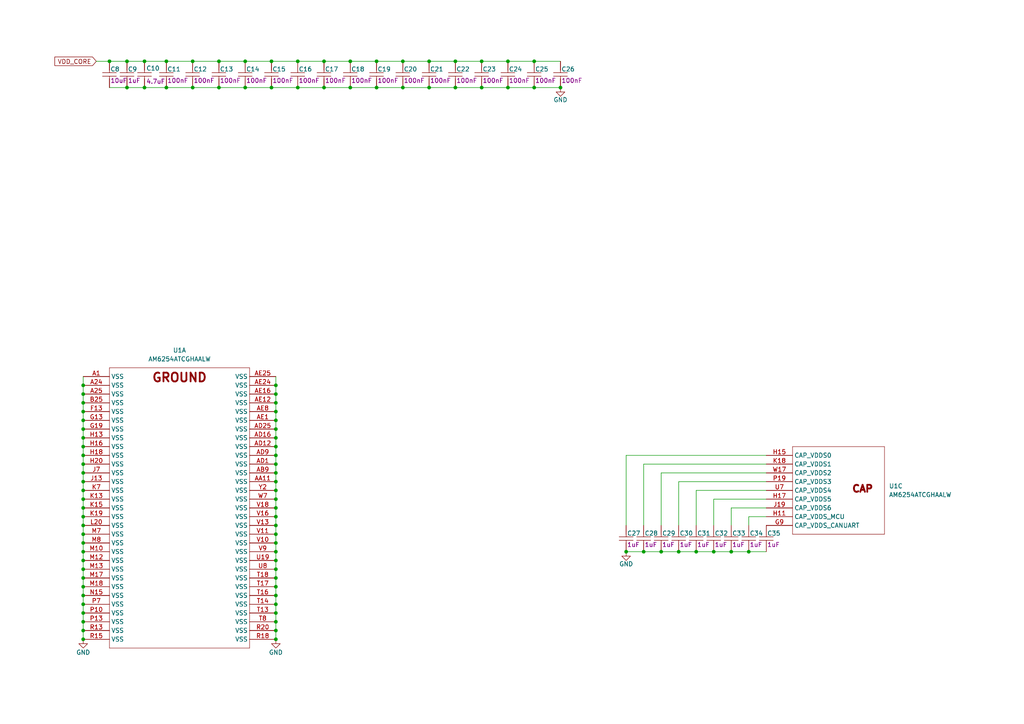
<source format=kicad_sch>
(kicad_sch (version 20250114) (generator "eeschema") (generator_version "9.0")
  (paper "A4")
  (junction (at 24.13 154.94))
  (junction (at 24.13 180.34))
  (junction (at 24.13 182.88))
  (junction (at 24.13 134.62))
  (junction (at 71.12 25.4))
  (junction (at 109.22 17.78))
  (junction (at 78.74 25.4))
  (junction (at 80.01 152.4))
  (junction (at 80.01 127))
  (junction (at 80.01 162.56))
  (junction (at 80.01 116.84))
  (junction (at 78.74 17.78))
  (junction (at 24.13 111.76))
  (junction (at 63.5 17.78))
  (junction (at 101.6 25.4))
  (junction (at 24.13 152.4))
  (junction (at 116.84 17.78))
  (junction (at 191.77 160.02))
  (junction (at 80.01 144.78))
  (junction (at 80.01 124.46))
  (junction (at 154.94 17.78))
  (junction (at 101.6 17.78))
  (junction (at 124.46 17.78))
  (junction (at 80.01 129.54))
  (junction (at 139.7 25.4))
  (junction (at 80.01 139.7))
  (junction (at 80.01 172.72))
  (junction (at 63.5 25.4))
  (junction (at 80.01 142.24))
  (junction (at 80.01 111.76))
  (junction (at 80.01 119.38))
  (junction (at 147.32 25.4))
  (junction (at 24.13 129.54))
  (junction (at 116.84 25.4))
  (junction (at 24.13 121.92))
  (junction (at 41.91 17.78))
  (junction (at 217.17 160.02))
  (junction (at 80.01 149.86))
  (junction (at 48.26 25.4))
  (junction (at 55.88 17.78))
  (junction (at 80.01 170.18))
  (junction (at 80.01 137.16))
  (junction (at 201.93 160.02))
  (junction (at 80.01 177.8))
  (junction (at 24.13 170.18))
  (junction (at 24.13 149.86))
  (junction (at 80.01 167.64))
  (junction (at 24.13 147.32))
  (junction (at 36.83 25.4))
  (junction (at 55.88 25.4))
  (junction (at 80.01 157.48))
  (junction (at 36.83 17.78))
  (junction (at 154.94 25.4))
  (junction (at 24.13 175.26))
  (junction (at 124.46 25.4))
  (junction (at 86.36 25.4))
  (junction (at 181.61 160.02))
  (junction (at 24.13 132.08))
  (junction (at 71.12 17.78))
  (junction (at 24.13 167.64))
  (junction (at 24.13 157.48))
  (junction (at 24.13 124.46))
  (junction (at 147.32 17.78))
  (junction (at 24.13 119.38))
  (junction (at 24.13 127))
  (junction (at 24.13 160.02))
  (junction (at 24.13 114.3))
  (junction (at 80.01 154.94))
  (junction (at 80.01 147.32))
  (junction (at 24.13 177.8))
  (junction (at 86.36 17.78))
  (junction (at 212.09 160.02))
  (junction (at 41.91 25.4))
  (junction (at 132.08 25.4))
  (junction (at 24.13 185.42))
  (junction (at 80.01 182.88))
  (junction (at 24.13 165.1))
  (junction (at 80.01 180.34))
  (junction (at 80.01 134.62))
  (junction (at 24.13 116.84))
  (junction (at 186.69 160.02))
  (junction (at 80.01 121.92))
  (junction (at 24.13 162.56))
  (junction (at 196.85 160.02))
  (junction (at 80.01 165.1))
  (junction (at 80.01 132.08))
  (junction (at 93.98 17.78))
  (junction (at 80.01 114.3))
  (junction (at 24.13 139.7))
  (junction (at 80.01 175.26))
  (junction (at 48.26 17.78))
  (junction (at 24.13 172.72))
  (junction (at 162.56 25.4))
  (junction (at 132.08 17.78))
  (junction (at 80.01 160.02))
  (junction (at 31.75 17.78))
  (junction (at 93.98 25.4))
  (junction (at 139.7 17.78))
  (junction (at 80.01 185.42))
  (junction (at 24.13 142.24))
  (junction (at 24.13 137.16))
  (junction (at 207.01 160.02))
  (junction (at 24.13 144.78))
  (junction (at 109.22 25.4))
  (wire (pts (xy 80.01 149.86) (xy 80.01 152.4)))
  (wire (pts (xy 217.17 152.4) (xy 217.17 149.86)))
  (wire (pts (xy 154.94 17.78) (xy 162.56 17.78)))
  (wire (pts (xy 93.98 17.78) (xy 101.6 17.78)))
  (wire (pts (xy 124.46 17.78) (xy 132.08 17.78)))
  (wire (pts (xy 55.88 25.4) (xy 63.5 25.4)))
  (wire (pts (xy 55.88 17.78) (xy 63.5 17.78)))
  (wire (pts (xy 109.22 25.4) (xy 116.84 25.4)))
  (wire (pts (xy 71.12 25.4) (xy 78.74 25.4)))
  (wire (pts (xy 196.85 152.4) (xy 196.85 139.7)))
  (wire (pts (xy 24.13 132.08) (xy 24.13 134.62)))
  (wire (pts (xy 78.74 17.78) (xy 86.36 17.78)))
  (wire (pts (xy 207.01 152.4) (xy 207.01 144.78)))
  (wire (pts (xy 24.13 149.86) (xy 24.13 152.4)))
  (wire (pts (xy 24.13 109.22) (xy 24.13 111.76)))
  (wire (pts (xy 24.13 165.1) (xy 24.13 167.64)))
  (wire (pts (xy 80.01 109.22) (xy 80.01 111.76)))
  (wire (pts (xy 86.36 25.4) (xy 93.98 25.4)))
  (wire (pts (xy 41.91 17.78) (xy 48.26 17.78)))
  (wire (pts (xy 186.69 152.4) (xy 186.69 134.62)))
  (wire (pts (xy 80.01 121.92) (xy 80.01 124.46)))
  (wire (pts (xy 24.13 137.16) (xy 24.13 139.7)))
  (wire (pts (xy 80.01 139.7) (xy 80.01 142.24)))
  (wire (pts (xy 181.61 132.08) (xy 222.25 132.08)))
  (wire (pts (xy 24.13 127) (xy 24.13 129.54)))
  (wire (pts (xy 132.08 25.4) (xy 139.7 25.4)))
  (wire (pts (xy 24.13 167.64) (xy 24.13 170.18)))
  (wire (pts (xy 24.13 142.24) (xy 24.13 144.78)))
  (wire (pts (xy 24.13 119.38) (xy 24.13 121.92)))
  (wire (pts (xy 80.01 129.54) (xy 80.01 132.08)))
  (wire (pts (xy 181.61 152.4) (xy 181.61 132.08)))
  (wire (pts (xy 24.13 175.26) (xy 24.13 177.8)))
  (wire (pts (xy 24.13 116.84) (xy 24.13 119.38)))
  (wire (pts (xy 24.13 170.18) (xy 24.13 172.72)))
  (wire (pts (xy 80.01 154.94) (xy 80.01 157.48)))
  (wire (pts (xy 24.13 129.54) (xy 24.13 132.08)))
  (wire (pts (xy 24.13 162.56) (xy 24.13 165.1)))
  (wire (pts (xy 207.01 160.02) (xy 212.09 160.02)))
  (wire (pts (xy 24.13 124.46) (xy 24.13 127)))
  (wire (pts (xy 36.83 25.4) (xy 41.91 25.4)))
  (wire (pts (xy 48.26 17.78) (xy 55.88 17.78)))
  (wire (pts (xy 101.6 25.4) (xy 109.22 25.4)))
  (wire (pts (xy 31.75 25.4) (xy 36.83 25.4)))
  (wire (pts (xy 24.13 160.02) (xy 24.13 162.56)))
  (wire (pts (xy 24.13 154.94) (xy 24.13 157.48)))
  (wire (pts (xy 201.93 160.02) (xy 207.01 160.02)))
  (wire (pts (xy 124.46 25.4) (xy 132.08 25.4)))
  (wire (pts (xy 207.01 144.78) (xy 222.25 144.78)))
  (wire (pts (xy 80.01 134.62) (xy 80.01 137.16)))
  (wire (pts (xy 80.01 172.72) (xy 80.01 175.26)))
  (wire (pts (xy 24.13 147.32) (xy 24.13 149.86)))
  (wire (pts (xy 147.32 25.4) (xy 154.94 25.4)))
  (wire (pts (xy 212.09 147.32) (xy 222.25 147.32)))
  (wire (pts (xy 24.13 152.4) (xy 24.13 154.94)))
  (wire (pts (xy 80.01 116.84) (xy 80.01 119.38)))
  (wire (pts (xy 80.01 111.76) (xy 80.01 114.3)))
  (wire (pts (xy 139.7 17.78) (xy 147.32 17.78)))
  (wire (pts (xy 63.5 17.78) (xy 71.12 17.78)))
  (wire (pts (xy 212.09 152.4) (xy 212.09 147.32)))
  (wire (pts (xy 27.94 17.78) (xy 31.75 17.78)))
  (wire (pts (xy 24.13 177.8) (xy 24.13 180.34)))
  (wire (pts (xy 139.7 25.4) (xy 147.32 25.4)))
  (wire (pts (xy 116.84 25.4) (xy 124.46 25.4)))
  (wire (pts (xy 80.01 180.34) (xy 80.01 182.88)))
  (wire (pts (xy 78.74 25.4) (xy 86.36 25.4)))
  (wire (pts (xy 24.13 121.92) (xy 24.13 124.46)))
  (wire (pts (xy 80.01 114.3) (xy 80.01 116.84)))
  (wire (pts (xy 191.77 152.4) (xy 191.77 137.16)))
  (wire (pts (xy 41.91 25.4) (xy 48.26 25.4)))
  (wire (pts (xy 80.01 147.32) (xy 80.01 149.86)))
  (wire (pts (xy 24.13 144.78) (xy 24.13 147.32)))
  (wire (pts (xy 63.5 25.4) (xy 71.12 25.4)))
  (wire (pts (xy 24.13 134.62) (xy 24.13 137.16)))
  (wire (pts (xy 24.13 114.3) (xy 24.13 116.84)))
  (wire (pts (xy 116.84 17.78) (xy 124.46 17.78)))
  (wire (pts (xy 24.13 172.72) (xy 24.13 175.26)))
  (wire (pts (xy 217.17 160.02) (xy 222.25 160.02)))
  (wire (pts (xy 132.08 17.78) (xy 139.7 17.78)))
  (wire (pts (xy 24.13 180.34) (xy 24.13 182.88)))
  (wire (pts (xy 48.26 25.4) (xy 55.88 25.4)))
  (wire (pts (xy 80.01 170.18) (xy 80.01 172.72)))
  (wire (pts (xy 80.01 162.56) (xy 80.01 165.1)))
  (wire (pts (xy 186.69 134.62) (xy 222.25 134.62)))
  (wire (pts (xy 154.94 25.4) (xy 162.56 25.4)))
  (wire (pts (xy 80.01 165.1) (xy 80.01 167.64)))
  (wire (pts (xy 147.32 17.78) (xy 154.94 17.78)))
  (wire (pts (xy 217.17 149.86) (xy 222.25 149.86)))
  (wire (pts (xy 109.22 17.78) (xy 116.84 17.78)))
  (wire (pts (xy 80.01 132.08) (xy 80.01 134.62)))
  (wire (pts (xy 80.01 137.16) (xy 80.01 139.7)))
  (wire (pts (xy 24.13 182.88) (xy 24.13 185.42)))
  (wire (pts (xy 186.69 160.02) (xy 191.77 160.02)))
  (wire (pts (xy 80.01 160.02) (xy 80.01 162.56)))
  (wire (pts (xy 191.77 160.02) (xy 196.85 160.02)))
  (wire (pts (xy 191.77 137.16) (xy 222.25 137.16)))
  (wire (pts (xy 36.83 17.78) (xy 41.91 17.78)))
  (wire (pts (xy 80.01 157.48) (xy 80.01 160.02)))
  (wire (pts (xy 71.12 17.78) (xy 78.74 17.78)))
  (wire (pts (xy 201.93 142.24) (xy 222.25 142.24)))
  (wire (pts (xy 24.13 111.76) (xy 24.13 114.3)))
  (wire (pts (xy 80.01 175.26) (xy 80.01 177.8)))
  (wire (pts (xy 80.01 142.24) (xy 80.01 144.78)))
  (wire (pts (xy 80.01 182.88) (xy 80.01 185.42)))
  (wire (pts (xy 80.01 124.46) (xy 80.01 127)))
  (wire (pts (xy 31.75 17.78) (xy 36.83 17.78)))
  (wire (pts (xy 80.01 127) (xy 80.01 129.54)))
  (wire (pts (xy 101.6 17.78) (xy 109.22 17.78)))
  (wire (pts (xy 80.01 177.8) (xy 80.01 180.34)))
  (wire (pts (xy 86.36 17.78) (xy 93.98 17.78)))
  (wire (pts (xy 80.01 144.78) (xy 80.01 147.32)))
  (wire (pts (xy 93.98 25.4) (xy 101.6 25.4)))
  (wire (pts (xy 24.13 139.7) (xy 24.13 142.24)))
  (wire (pts (xy 201.93 142.24) (xy 201.93 152.4)))
  (wire (pts (xy 212.09 160.02) (xy 217.17 160.02)))
  (wire (pts (xy 196.85 139.7) (xy 222.25 139.7)))
  (wire (pts (xy 24.13 157.48) (xy 24.13 160.02)))
  (wire (pts (xy 80.01 119.38) (xy 80.01 121.92)))
  (wire (pts (xy 196.85 160.02) (xy 201.93 160.02)))
  (wire (pts (xy 181.61 160.02) (xy 186.69 160.02)))
  (wire (pts (xy 80.01 167.64) (xy 80.01 170.18)))
  (wire (pts (xy 80.01 152.4) (xy 80.01 154.94)))
  (global_label "VDD_CORE" (shape input) (at 27.94 17.78 180) (property "Intersheetrefs" "${INTERSHEET_REFS}" (effects (hide yes))))
  (symbol (lib_id "pepy_sym_lib:[CAP_SMD_0201_0603Metric]Samsung Electro-Mechanics CL03A105MQ3CSNH") (at 217.17 156.21 90) (unit 1)
    (property "Reference" "C34" (at 217.424 154.686 90) (effects (justify right)))
    (property "Value" "CL03A105MQ3CSNH" (effects (hide yes)))
    (property "Footprint" "pepy_sym_lib:[CAP_SMD_0201_0603Metric]" (effects (hide yes)))
    (property "Datasheet" "https://lcsc.com/product-detail/Multilayer-Ceramic-Capacitors-MLCC-SMD-SMT_SAMSUNG_CL03A105MQ3CSNH_1uF-105-20-6-3V_C53067.html" (effects (hide yes)))
    (property "Description" "6.3V 1uF X5R ±20% 0201 Multilayer Ceramic Capacitors MLCC - SMD/SMT ROHS" (effects (hide yes)))
    (property "LCSC Part" "C53067" (effects (hide yes)))
    (property "Manufacturer" "Samsung Electro-Mechanics" (effects (hide yes)))
    (property "Nvalue" "1uF" (at 217.424 157.988 90) (effects (justify right)))
    (property "Package" "0201" (effects (hide yes)))
  )
  (symbol (lib_id "pepy_sym_lib:[CAP_SMD_0201_0603Metric]YAGEO CC0201KRX5R6BB104") (at 93.98 21.59 90) (unit 1)
    (property "Reference" "C17" (at 94.234 20.066 90) (effects (justify right)))
    (property "Value" "CC0201KRX5R6BB104" (effects (hide yes)))
    (property "Footprint" "pepy_sym_lib:[CAP_SMD_0201_0603Metric]" (effects (hide yes)))
    (property "Datasheet" "https://lcsc.com/product-detail/Multilayer-Ceramic-Capacitors-MLCC-SMD-SMT_SAMSUNG_CL03A105MQ3CSNH_1uF-105-20-6-3V_C53067.html" (effects (hide yes)))
    (property "Description" "10V 100nF X5R ±10% 0201 Multilayer Ceramic Capacitors MLCC - SMD/SMT ROHS" (effects (hide yes)))
    (property "LCSC Part" "C190183" (effects (hide yes)))
    (property "Manufacturer" "YAGEO" (effects (hide yes)))
    (property "Nvalue" "100nF" (at 94.234 23.368 90) (effects (justify right)))
    (property "Package" "0201" (effects (hide yes)))
  )
  (symbol (lib_id "pepy_sym_lib:[CAP_SMD_0201_0603Metric]YAGEO CC0201KRX5R6BB104") (at 154.94 21.59 90) (unit 1)
    (property "Reference" "C25" (at 155.194 20.066 90) (effects (justify right)))
    (property "Value" "CC0201KRX5R6BB104" (effects (hide yes)))
    (property "Footprint" "pepy_sym_lib:[CAP_SMD_0201_0603Metric]" (effects (hide yes)))
    (property "Datasheet" "https://lcsc.com/product-detail/Multilayer-Ceramic-Capacitors-MLCC-SMD-SMT_SAMSUNG_CL03A105MQ3CSNH_1uF-105-20-6-3V_C53067.html" (effects (hide yes)))
    (property "Description" "10V 100nF X5R ±10% 0201 Multilayer Ceramic Capacitors MLCC - SMD/SMT ROHS" (effects (hide yes)))
    (property "LCSC Part" "C190183" (effects (hide yes)))
    (property "Manufacturer" "YAGEO" (effects (hide yes)))
    (property "Nvalue" "100nF" (at 155.194 23.368 90) (effects (justify right)))
    (property "Package" "0201" (effects (hide yes)))
  )
  (symbol (lib_id "pepy_sym_lib:[CAP_SMD_0201_0603Metric]YAGEO CC0201KRX5R6BB104") (at 86.36 21.59 90) (unit 1)
    (property "Reference" "C16" (at 86.614 20.066 90) (effects (justify right)))
    (property "Value" "CC0201KRX5R6BB104" (effects (hide yes)))
    (property "Footprint" "pepy_sym_lib:[CAP_SMD_0201_0603Metric]" (effects (hide yes)))
    (property "Datasheet" "https://lcsc.com/product-detail/Multilayer-Ceramic-Capacitors-MLCC-SMD-SMT_SAMSUNG_CL03A105MQ3CSNH_1uF-105-20-6-3V_C53067.html" (effects (hide yes)))
    (property "Description" "10V 100nF X5R ±10% 0201 Multilayer Ceramic Capacitors MLCC - SMD/SMT ROHS" (effects (hide yes)))
    (property "LCSC Part" "C190183" (effects (hide yes)))
    (property "Manufacturer" "YAGEO" (effects (hide yes)))
    (property "Nvalue" "100nF" (at 86.614 23.368 90) (effects (justify right)))
    (property "Package" "0201" (effects (hide yes)))
  )
  (symbol (lib_id "pepy_sym_lib:[CAP_SMD_0201_0603Metric]Samsung Electro-Mechanics CL03A105MQ3CSNH") (at 181.61 156.21 90) (unit 1)
    (property "Reference" "C27" (at 181.864 154.686 90) (effects (justify right)))
    (property "Value" "CL03A105MQ3CSNH" (effects (hide yes)))
    (property "Footprint" "pepy_sym_lib:[CAP_SMD_0201_0603Metric]" (effects (hide yes)))
    (property "Datasheet" "https://lcsc.com/product-detail/Multilayer-Ceramic-Capacitors-MLCC-SMD-SMT_SAMSUNG_CL03A105MQ3CSNH_1uF-105-20-6-3V_C53067.html" (effects (hide yes)))
    (property "Description" "6.3V 1uF X5R ±20% 0201 Multilayer Ceramic Capacitors MLCC - SMD/SMT ROHS" (effects (hide yes)))
    (property "LCSC Part" "C53067" (effects (hide yes)))
    (property "Manufacturer" "Samsung Electro-Mechanics" (effects (hide yes)))
    (property "Nvalue" "1uF" (at 181.864 157.988 90) (effects (justify right)))
    (property "Package" "0201" (effects (hide yes)))
  )
  (symbol (lib_id "power:GND") (at 162.56 25.4 0) (unit 1)
    (property "Reference" "#PWR020" (effects (hide yes)))
    (property "Value" "GND" (at 162.56 28.956 0))
    (property "Description" "Power symbol creates a global label with name \"GND\" , ground" (effects (hide yes)))
  )
  (symbol (lib_id "pepy_sym_lib:[CAP_SMD_0201_0603Metric]YAGEO CC0201KRX5R6BB104") (at 48.26 21.59 90) (unit 1)
    (property "Reference" "C11" (at 48.514 20.066 90) (effects (justify right)))
    (property "Value" "CC0201KRX5R6BB104" (effects (hide yes)))
    (property "Footprint" "pepy_sym_lib:[CAP_SMD_0201_0603Metric]" (effects (hide yes)))
    (property "Datasheet" "https://lcsc.com/product-detail/Multilayer-Ceramic-Capacitors-MLCC-SMD-SMT_SAMSUNG_CL03A105MQ3CSNH_1uF-105-20-6-3V_C53067.html" (effects (hide yes)))
    (property "Description" "10V 100nF X5R ±10% 0201 Multilayer Ceramic Capacitors MLCC - SMD/SMT ROHS" (effects (hide yes)))
    (property "LCSC Part" "C190183" (effects (hide yes)))
    (property "Manufacturer" "YAGEO" (effects (hide yes)))
    (property "Nvalue" "100nF" (at 48.514 23.368 90) (effects (justify right)))
    (property "Package" "0201" (effects (hide yes)))
  )
  (symbol (lib_id "pepy_sym_lib:[CAP_SMD_0201_0603Metric]YAGEO CC0201KRX5R6BB104") (at 109.22 21.59 90) (unit 1)
    (property "Reference" "C19" (at 109.474 20.066 90) (effects (justify right)))
    (property "Value" "CC0201KRX5R6BB104" (effects (hide yes)))
    (property "Footprint" "pepy_sym_lib:[CAP_SMD_0201_0603Metric]" (effects (hide yes)))
    (property "Datasheet" "https://lcsc.com/product-detail/Multilayer-Ceramic-Capacitors-MLCC-SMD-SMT_SAMSUNG_CL03A105MQ3CSNH_1uF-105-20-6-3V_C53067.html" (effects (hide yes)))
    (property "Description" "10V 100nF X5R ±10% 0201 Multilayer Ceramic Capacitors MLCC - SMD/SMT ROHS" (effects (hide yes)))
    (property "LCSC Part" "C190183" (effects (hide yes)))
    (property "Manufacturer" "YAGEO" (effects (hide yes)))
    (property "Nvalue" "100nF" (at 109.474 23.368 90) (effects (justify right)))
    (property "Package" "0201" (effects (hide yes)))
  )
  (symbol (lib_id "power:GND") (at 24.13 185.42 0) (unit 1)
    (property "Reference" "#PWR018" (effects (hide yes)))
    (property "Value" "GND" (at 24.13 189.23 0))
    (property "Description" "Power symbol creates a global label with name \"GND\" , ground" (effects (hide yes)))
  )
  (symbol (lib_id "pepy_sym_lib:[CAP_SMD_0201_0603Metric]YAGEO CC0201KRX5R6BB104") (at 139.7 21.59 90) (unit 1)
    (property "Reference" "C23" (at 139.954 20.066 90) (effects (justify right)))
    (property "Value" "CC0201KRX5R6BB104" (effects (hide yes)))
    (property "Footprint" "pepy_sym_lib:[CAP_SMD_0201_0603Metric]" (effects (hide yes)))
    (property "Datasheet" "https://lcsc.com/product-detail/Multilayer-Ceramic-Capacitors-MLCC-SMD-SMT_SAMSUNG_CL03A105MQ3CSNH_1uF-105-20-6-3V_C53067.html" (effects (hide yes)))
    (property "Description" "10V 100nF X5R ±10% 0201 Multilayer Ceramic Capacitors MLCC - SMD/SMT ROHS" (effects (hide yes)))
    (property "LCSC Part" "C190183" (effects (hide yes)))
    (property "Manufacturer" "YAGEO" (effects (hide yes)))
    (property "Nvalue" "100nF" (at 139.954 23.368 90) (effects (justify right)))
    (property "Package" "0201" (effects (hide yes)))
  )
  (symbol (lib_id "power:GND") (at 80.01 185.42 0) (unit 1)
    (property "Reference" "#PWR019" (effects (hide yes)))
    (property "Value" "GND" (at 80.01 189.23 0))
    (property "Description" "Power symbol creates a global label with name \"GND\" , ground" (effects (hide yes)))
  )
  (symbol (lib_id "pepy_sym_lib:[CAP_SMD_0201_0603Metric]YAGEO CC0201KRX5R6BB104") (at 162.56 21.59 90) (unit 1)
    (property "Reference" "C26" (at 162.814 20.066 90) (effects (justify right)))
    (property "Value" "CC0201KRX5R6BB104" (effects (hide yes)))
    (property "Footprint" "pepy_sym_lib:[CAP_SMD_0201_0603Metric]" (effects (hide yes)))
    (property "Datasheet" "https://lcsc.com/product-detail/Multilayer-Ceramic-Capacitors-MLCC-SMD-SMT_SAMSUNG_CL03A105MQ3CSNH_1uF-105-20-6-3V_C53067.html" (effects (hide yes)))
    (property "Description" "10V 100nF X5R ±10% 0201 Multilayer Ceramic Capacitors MLCC - SMD/SMT ROHS" (effects (hide yes)))
    (property "LCSC Part" "C190183" (effects (hide yes)))
    (property "Manufacturer" "YAGEO" (effects (hide yes)))
    (property "Nvalue" "100nF" (at 162.814 23.368 90) (effects (justify right)))
    (property "Package" "0201" (effects (hide yes)))
  )
  (symbol (lib_id "pepy_sym_lib:[CAP_SMD_0201_0603Metric]YAGEO CC0201KRX5R6BB104") (at 124.46 21.59 90) (unit 1)
    (property "Reference" "C21" (at 124.714 20.066 90) (effects (justify right)))
    (property "Value" "CC0201KRX5R6BB104" (effects (hide yes)))
    (property "Footprint" "pepy_sym_lib:[CAP_SMD_0201_0603Metric]" (effects (hide yes)))
    (property "Datasheet" "https://lcsc.com/product-detail/Multilayer-Ceramic-Capacitors-MLCC-SMD-SMT_SAMSUNG_CL03A105MQ3CSNH_1uF-105-20-6-3V_C53067.html" (effects (hide yes)))
    (property "Description" "10V 100nF X5R ±10% 0201 Multilayer Ceramic Capacitors MLCC - SMD/SMT ROHS" (effects (hide yes)))
    (property "LCSC Part" "C190183" (effects (hide yes)))
    (property "Manufacturer" "YAGEO" (effects (hide yes)))
    (property "Nvalue" "100nF" (at 124.714 23.368 90) (effects (justify right)))
    (property "Package" "0201" (effects (hide yes)))
  )
  (symbol (lib_id "pepy_sym_lib:[CAP_SMD_0201_0603Metric]Samsung Electro-Mechanics CL03A105MQ3CSNH") (at 36.83 21.59 90) (unit 1)
    (property "Reference" "C9" (at 37.084 20.066 90) (effects (justify right)))
    (property "Value" "CL03A105MQ3CSNH" (effects (hide yes)))
    (property "Footprint" "pepy_sym_lib:[CAP_SMD_0201_0603Metric]" (effects (hide yes)))
    (property "Datasheet" "https://lcsc.com/product-detail/Multilayer-Ceramic-Capacitors-MLCC-SMD-SMT_SAMSUNG_CL03A105MQ3CSNH_1uF-105-20-6-3V_C53067.html" (effects (hide yes)))
    (property "Description" "6.3V 1uF X5R ±20% 0201 Multilayer Ceramic Capacitors MLCC - SMD/SMT ROHS" (effects (hide yes)))
    (property "LCSC Part" "C53067" (effects (hide yes)))
    (property "Manufacturer" "Samsung Electro-Mechanics" (effects (hide yes)))
    (property "Nvalue" "1uF" (at 37.084 23.368 90) (effects (justify right)))
    (property "Package" "0201" (effects (hide yes)))
  )
  (symbol (lib_id "pepy_sym_lib:[CAP_SMD_0402_1005Metric]YAGEO CC0402MRX5R5BB106") (at 31.75 21.59 90) (unit 1)
    (property "Reference" "C8" (at 32.004 20.066 90) (effects (justify right)))
    (property "Value" "CC0402MRX5R5BB106" (effects (hide yes)))
    (property "Footprint" "pepy_sym_lib:[CAP_SMD_0402_1005Metric]" (effects (hide yes)))
    (property "Datasheet" "https://lcsc.com/product-detail/Multilayer-Ceramic-Capacitors-MLCC-SMD-SMT_YAGEO-CC0402MRX5R5BB106_C105884.html?s_z=n_CC0402MRX5R5BB106" (effects (hide yes)))
    (property "Description" "6.3V 10uF X5R ±20% 0402 Multilayer Ceramic Capacitors MLCC - SMD/SMT ROHS" (effects (hide yes)))
    (property "LCSC Part" "C105884" (effects (hide yes)))
    (property "Manufacturer" "YAGEO" (effects (hide yes)))
    (property "Package" "0402" (effects (hide yes)))
    (property "Nvalue" "10uF" (at 32.004 23.368 90) (effects (justify right)))
  )
  (symbol (lib_id "pepy_sym_lib:[CAP_SMD_0201_0603Metric]YAGEO CC0201KRX5R6BB104") (at 132.08 21.59 90) (unit 1)
    (property "Reference" "C22" (at 132.334 20.066 90) (effects (justify right)))
    (property "Value" "CC0201KRX5R6BB104" (effects (hide yes)))
    (property "Footprint" "pepy_sym_lib:[CAP_SMD_0201_0603Metric]" (effects (hide yes)))
    (property "Datasheet" "https://lcsc.com/product-detail/Multilayer-Ceramic-Capacitors-MLCC-SMD-SMT_SAMSUNG_CL03A105MQ3CSNH_1uF-105-20-6-3V_C53067.html" (effects (hide yes)))
    (property "Description" "10V 100nF X5R ±10% 0201 Multilayer Ceramic Capacitors MLCC - SMD/SMT ROHS" (effects (hide yes)))
    (property "LCSC Part" "C190183" (effects (hide yes)))
    (property "Manufacturer" "YAGEO" (effects (hide yes)))
    (property "Nvalue" "100nF" (at 132.334 23.368 90) (effects (justify right)))
    (property "Package" "0201" (effects (hide yes)))
  )
  (symbol (lib_id "pepy_sym_lib:[CAP_SMD_0201_0603Metric]Samsung Electro-Mechanics CL03A105MQ3CSNH") (at 212.09 156.21 90) (unit 1)
    (property "Reference" "C33" (at 212.344 154.686 90) (effects (justify right)))
    (property "Value" "CL03A105MQ3CSNH" (effects (hide yes)))
    (property "Footprint" "pepy_sym_lib:[CAP_SMD_0201_0603Metric]" (effects (hide yes)))
    (property "Datasheet" "https://lcsc.com/product-detail/Multilayer-Ceramic-Capacitors-MLCC-SMD-SMT_SAMSUNG_CL03A105MQ3CSNH_1uF-105-20-6-3V_C53067.html" (effects (hide yes)))
    (property "Description" "6.3V 1uF X5R ±20% 0201 Multilayer Ceramic Capacitors MLCC - SMD/SMT ROHS" (effects (hide yes)))
    (property "LCSC Part" "C53067" (effects (hide yes)))
    (property "Manufacturer" "Samsung Electro-Mechanics" (effects (hide yes)))
    (property "Nvalue" "1uF" (at 212.344 157.988 90) (effects (justify right)))
    (property "Package" "0201" (effects (hide yes)))
  )
  (symbol (lib_id "pepy_sym_lib:[CAP_SMD_0201_0603Metric]YAGEO CC0201KRX5R6BB104") (at 101.6 21.59 90) (unit 1)
    (property "Reference" "C18" (at 101.854 20.066 90) (effects (justify right)))
    (property "Value" "CC0201KRX5R6BB104" (effects (hide yes)))
    (property "Footprint" "pepy_sym_lib:[CAP_SMD_0201_0603Metric]" (effects (hide yes)))
    (property "Datasheet" "https://lcsc.com/product-detail/Multilayer-Ceramic-Capacitors-MLCC-SMD-SMT_SAMSUNG_CL03A105MQ3CSNH_1uF-105-20-6-3V_C53067.html" (effects (hide yes)))
    (property "Description" "10V 100nF X5R ±10% 0201 Multilayer Ceramic Capacitors MLCC - SMD/SMT ROHS" (effects (hide yes)))
    (property "LCSC Part" "C190183" (effects (hide yes)))
    (property "Manufacturer" "YAGEO" (effects (hide yes)))
    (property "Nvalue" "100nF" (at 101.854 23.368 90) (effects (justify right)))
    (property "Package" "0201" (effects (hide yes)))
  )
  (symbol (lib_id "pepy_sym_lib:[CAP_SMD_0201_0603Metric]YAGEO CC0201KRX5R6BB104") (at 71.12 21.59 90) (unit 1)
    (property "Reference" "C14" (at 71.374 20.066 90) (effects (justify right)))
    (property "Value" "CC0201KRX5R6BB104" (effects (hide yes)))
    (property "Footprint" "pepy_sym_lib:[CAP_SMD_0201_0603Metric]" (effects (hide yes)))
    (property "Datasheet" "https://lcsc.com/product-detail/Multilayer-Ceramic-Capacitors-MLCC-SMD-SMT_SAMSUNG_CL03A105MQ3CSNH_1uF-105-20-6-3V_C53067.html" (effects (hide yes)))
    (property "Description" "10V 100nF X5R ±10% 0201 Multilayer Ceramic Capacitors MLCC - SMD/SMT ROHS" (effects (hide yes)))
    (property "LCSC Part" "C190183" (effects (hide yes)))
    (property "Manufacturer" "YAGEO" (effects (hide yes)))
    (property "Nvalue" "100nF" (at 71.374 23.368 90) (effects (justify right)))
    (property "Package" "0201" (effects (hide yes)))
  )
  (symbol (lib_id "pepy_sym_lib:[CAP_SMD_0201_0603Metric]YAGEO CC0201KRX5R6BB104") (at 78.74 21.59 90) (unit 1)
    (property "Reference" "C15" (at 78.994 20.066 90) (effects (justify right)))
    (property "Value" "CC0201KRX5R6BB104" (effects (hide yes)))
    (property "Footprint" "pepy_sym_lib:[CAP_SMD_0201_0603Metric]" (effects (hide yes)))
    (property "Datasheet" "https://lcsc.com/product-detail/Multilayer-Ceramic-Capacitors-MLCC-SMD-SMT_SAMSUNG_CL03A105MQ3CSNH_1uF-105-20-6-3V_C53067.html" (effects (hide yes)))
    (property "Description" "10V 100nF X5R ±10% 0201 Multilayer Ceramic Capacitors MLCC - SMD/SMT ROHS" (effects (hide yes)))
    (property "LCSC Part" "C190183" (effects (hide yes)))
    (property "Manufacturer" "YAGEO" (effects (hide yes)))
    (property "Nvalue" "100nF" (at 78.994 23.368 90) (effects (justify right)))
    (property "Package" "0201" (effects (hide yes)))
  )
  (symbol (lib_id "pepy_sym_lib:[CAP_SMD_0201_0603Metric]Samsung Electro-Mechanics CL03A105MQ3CSNH") (at 191.77 156.21 90) (unit 1)
    (property "Reference" "C29" (at 192.024 154.686 90) (effects (justify right)))
    (property "Value" "CL03A105MQ3CSNH" (effects (hide yes)))
    (property "Footprint" "pepy_sym_lib:[CAP_SMD_0201_0603Metric]" (effects (hide yes)))
    (property "Datasheet" "https://lcsc.com/product-detail/Multilayer-Ceramic-Capacitors-MLCC-SMD-SMT_SAMSUNG_CL03A105MQ3CSNH_1uF-105-20-6-3V_C53067.html" (effects (hide yes)))
    (property "Description" "6.3V 1uF X5R ±20% 0201 Multilayer Ceramic Capacitors MLCC - SMD/SMT ROHS" (effects (hide yes)))
    (property "LCSC Part" "C53067" (effects (hide yes)))
    (property "Manufacturer" "Samsung Electro-Mechanics" (effects (hide yes)))
    (property "Nvalue" "1uF" (at 192.024 157.988 90) (effects (justify right)))
    (property "Package" "0201" (effects (hide yes)))
  )
  (symbol (lib_id "pepy_sym_lib:[CAP_SMD_0201_0603Metric]YAGEO CC0201KRX5R6BB104") (at 55.88 21.59 90) (unit 1)
    (property "Reference" "C12" (at 56.134 20.066 90) (effects (justify right)))
    (property "Value" "CC0201KRX5R6BB104" (effects (hide yes)))
    (property "Footprint" "pepy_sym_lib:[CAP_SMD_0201_0603Metric]" (effects (hide yes)))
    (property "Datasheet" "https://lcsc.com/product-detail/Multilayer-Ceramic-Capacitors-MLCC-SMD-SMT_SAMSUNG_CL03A105MQ3CSNH_1uF-105-20-6-3V_C53067.html" (effects (hide yes)))
    (property "Description" "10V 100nF X5R ±10% 0201 Multilayer Ceramic Capacitors MLCC - SMD/SMT ROHS" (effects (hide yes)))
    (property "LCSC Part" "C190183" (effects (hide yes)))
    (property "Manufacturer" "YAGEO" (effects (hide yes)))
    (property "Nvalue" "100nF" (at 56.134 23.368 90) (effects (justify right)))
    (property "Package" "0201" (effects (hide yes)))
  )
  (symbol (lib_id "pepy_sym_lib:[CAP_SMD_0201_0603Metric]YAGEO CC0201KRX5R6BB104") (at 147.32 21.59 90) (unit 1)
    (property "Reference" "C24" (at 147.574 20.066 90) (effects (justify right)))
    (property "Value" "CC0201KRX5R6BB104" (effects (hide yes)))
    (property "Footprint" "pepy_sym_lib:[CAP_SMD_0201_0603Metric]" (effects (hide yes)))
    (property "Datasheet" "https://lcsc.com/product-detail/Multilayer-Ceramic-Capacitors-MLCC-SMD-SMT_SAMSUNG_CL03A105MQ3CSNH_1uF-105-20-6-3V_C53067.html" (effects (hide yes)))
    (property "Description" "10V 100nF X5R ±10% 0201 Multilayer Ceramic Capacitors MLCC - SMD/SMT ROHS" (effects (hide yes)))
    (property "LCSC Part" "C190183" (effects (hide yes)))
    (property "Manufacturer" "YAGEO" (effects (hide yes)))
    (property "Nvalue" "100nF" (at 147.574 23.368 90) (effects (justify right)))
    (property "Package" "0201" (effects (hide yes)))
  )
  (symbol (lib_id "power:GND") (at 181.61 160.02 0) (unit 1)
    (property "Reference" "#PWR021" (effects (hide yes)))
    (property "Value" "GND" (at 181.61 163.576 0))
    (property "Description" "Power symbol creates a global label with name \"GND\" , ground" (effects (hide yes)))
  )
  (symbol (lib_id "pepy_sym_lib:[CAP_SMD_0201_0603Metric]YAGEO CC0201KRX5R6BB104") (at 116.84 21.59 90) (unit 1)
    (property "Reference" "C20" (at 117.094 20.066 90) (effects (justify right)))
    (property "Value" "CC0201KRX5R6BB104" (effects (hide yes)))
    (property "Footprint" "pepy_sym_lib:[CAP_SMD_0201_0603Metric]" (effects (hide yes)))
    (property "Datasheet" "https://lcsc.com/product-detail/Multilayer-Ceramic-Capacitors-MLCC-SMD-SMT_SAMSUNG_CL03A105MQ3CSNH_1uF-105-20-6-3V_C53067.html" (effects (hide yes)))
    (property "Description" "10V 100nF X5R ±10% 0201 Multilayer Ceramic Capacitors MLCC - SMD/SMT ROHS" (effects (hide yes)))
    (property "LCSC Part" "C190183" (effects (hide yes)))
    (property "Manufacturer" "YAGEO" (effects (hide yes)))
    (property "Nvalue" "100nF" (at 117.094 23.368 90) (effects (justify right)))
    (property "Package" "0201" (effects (hide yes)))
  )
  (symbol (lib_id "pepy_sym_lib:[CAP_SMD_0201_0603Metric]YAGEO CC0201KRX5R6BB104") (at 63.5 21.59 90) (unit 1)
    (property "Reference" "C13" (at 63.754 20.066 90) (effects (justify right)))
    (property "Value" "CC0201KRX5R6BB104" (effects (hide yes)))
    (property "Footprint" "pepy_sym_lib:[CAP_SMD_0201_0603Metric]" (effects (hide yes)))
    (property "Datasheet" "https://lcsc.com/product-detail/Multilayer-Ceramic-Capacitors-MLCC-SMD-SMT_SAMSUNG_CL03A105MQ3CSNH_1uF-105-20-6-3V_C53067.html" (effects (hide yes)))
    (property "Description" "10V 100nF X5R ±10% 0201 Multilayer Ceramic Capacitors MLCC - SMD/SMT ROHS" (effects (hide yes)))
    (property "LCSC Part" "C190183" (effects (hide yes)))
    (property "Manufacturer" "YAGEO" (effects (hide yes)))
    (property "Nvalue" "100nF" (at 63.754 23.368 90) (effects (justify right)))
    (property "Package" "0201" (effects (hide yes)))
  )
  (symbol (lib_id "pepy_sym_lib:[CAP_SMD_0201_0603Metric]Samsung Electro-Mechanics CL03A105MQ3CSNH") (at 186.69 156.21 90) (unit 1)
    (property "Reference" "C28" (at 186.944 154.686 90) (effects (justify right)))
    (property "Value" "CL03A105MQ3CSNH" (effects (hide yes)))
    (property "Footprint" "pepy_sym_lib:[CAP_SMD_0201_0603Metric]" (effects (hide yes)))
    (property "Datasheet" "https://lcsc.com/product-detail/Multilayer-Ceramic-Capacitors-MLCC-SMD-SMT_SAMSUNG_CL03A105MQ3CSNH_1uF-105-20-6-3V_C53067.html" (effects (hide yes)))
    (property "Description" "6.3V 1uF X5R ±20% 0201 Multilayer Ceramic Capacitors MLCC - SMD/SMT ROHS" (effects (hide yes)))
    (property "LCSC Part" "C53067" (effects (hide yes)))
    (property "Manufacturer" "Samsung Electro-Mechanics" (effects (hide yes)))
    (property "Nvalue" "1uF" (at 186.944 157.988 90) (effects (justify right)))
    (property "Package" "0201" (effects (hide yes)))
  )
  (symbol (lib_id "pepy_sym_lib:[CAP_SMD_0201_0603Metric]Samsung Electro-Mechanics CL03A105MQ3CSNH") (at 201.93 156.21 90) (unit 1)
    (property "Reference" "C31" (at 202.184 154.686 90) (effects (justify right)))
    (property "Value" "CL03A105MQ3CSNH" (effects (hide yes)))
    (property "Footprint" "pepy_sym_lib:[CAP_SMD_0201_0603Metric]" (effects (hide yes)))
    (property "Datasheet" "https://lcsc.com/product-detail/Multilayer-Ceramic-Capacitors-MLCC-SMD-SMT_SAMSUNG_CL03A105MQ3CSNH_1uF-105-20-6-3V_C53067.html" (effects (hide yes)))
    (property "Description" "6.3V 1uF X5R ±20% 0201 Multilayer Ceramic Capacitors MLCC - SMD/SMT ROHS" (effects (hide yes)))
    (property "LCSC Part" "C53067" (effects (hide yes)))
    (property "Manufacturer" "Samsung Electro-Mechanics" (effects (hide yes)))
    (property "Nvalue" "1uF" (at 202.184 157.988 90) (effects (justify right)))
    (property "Package" "0201" (effects (hide yes)))
  )
  (symbol (lib_id "pepy_sym_lib:[CAP_SMD_0201_0603Metric]Samsung Electro-Mechanics CL03A105MQ3CSNH") (at 207.01 156.21 90) (unit 1)
    (property "Reference" "C32" (at 207.264 154.686 90) (effects (justify right)))
    (property "Value" "CL03A105MQ3CSNH" (effects (hide yes)))
    (property "Footprint" "pepy_sym_lib:[CAP_SMD_0201_0603Metric]" (effects (hide yes)))
    (property "Datasheet" "https://lcsc.com/product-detail/Multilayer-Ceramic-Capacitors-MLCC-SMD-SMT_SAMSUNG_CL03A105MQ3CSNH_1uF-105-20-6-3V_C53067.html" (effects (hide yes)))
    (property "Description" "6.3V 1uF X5R ±20% 0201 Multilayer Ceramic Capacitors MLCC - SMD/SMT ROHS" (effects (hide yes)))
    (property "LCSC Part" "C53067" (effects (hide yes)))
    (property "Manufacturer" "Samsung Electro-Mechanics" (effects (hide yes)))
    (property "Nvalue" "1uF" (at 207.264 157.988 90) (effects (justify right)))
    (property "Package" "0201" (effects (hide yes)))
  )
  (symbol (lib_id "pepy_sym_lib:[CAP_SMD_0402_1005Metric]Samsung Electro-Mechanics CL05A475KP5NRNC") (at 41.91 21.59 90) (unit 1)
    (property "Reference" "C10" (at 42.418 19.812 90) (effects (justify right)))
    (property "Value" "CL05A475KP5NRNC" (effects (hide yes)))
    (property "Footprint" "pepy_sym_lib:[CAP_SMD_0402_1005Metric]" (effects (hide yes)))
    (property "Datasheet" "https://www.lcsc.com/product-detail/Multilayer-Ceramic-Capacitors-MLCC-SMD-SMT_Samsung-Electro-Mechanics-CL05A475KP5NRNC_C368809.html" (effects (hide yes)))
    (property "Description" "10V 4.7uF X5R ±10% 0402 Multilayer Ceramic Capacitors MLCC - SMD/SMT ROHS" (effects (hide yes)))
    (property "LCSC Part" "C368809" (effects (hide yes)))
    (property "Manufacturer" "Samsung Electro-Mechanics" (effects (hide yes)))
    (property "Package" "0402" (effects (hide yes)))
    (property "Nvalue" "4.7uF" (at 42.418 23.622 90) (effects (justify right)))
  )
  (symbol (lib_id "pepy_sym_lib:[CAP_SMD_0201_0603Metric]Samsung Electro-Mechanics CL03A105MQ3CSNH") (at 222.25 156.21 90) (unit 1)
    (property "Reference" "C35" (at 222.504 154.686 90) (effects (justify right)))
    (property "Value" "CL03A105MQ3CSNH" (effects (hide yes)))
    (property "Footprint" "pepy_sym_lib:[CAP_SMD_0201_0603Metric]" (effects (hide yes)))
    (property "Datasheet" "https://lcsc.com/product-detail/Multilayer-Ceramic-Capacitors-MLCC-SMD-SMT_SAMSUNG_CL03A105MQ3CSNH_1uF-105-20-6-3V_C53067.html" (effects (hide yes)))
    (property "Description" "6.3V 1uF X5R ±20% 0201 Multilayer Ceramic Capacitors MLCC - SMD/SMT ROHS" (effects (hide yes)))
    (property "LCSC Part" "C53067" (effects (hide yes)))
    (property "Manufacturer" "Samsung Electro-Mechanics" (effects (hide yes)))
    (property "Nvalue" "1uF" (at 222.504 157.988 90) (effects (justify right)))
    (property "Package" "0201" (effects (hide yes)))
  )
  (symbol (lib_id "pepy_sym_lib:[CAP_SMD_0201_0603Metric]Samsung Electro-Mechanics CL03A105MQ3CSNH") (at 196.85 156.21 90) (unit 1)
    (property "Reference" "C30" (at 197.104 154.686 90) (effects (justify right)))
    (property "Value" "CL03A105MQ3CSNH" (effects (hide yes)))
    (property "Footprint" "pepy_sym_lib:[CAP_SMD_0201_0603Metric]" (effects (hide yes)))
    (property "Datasheet" "https://lcsc.com/product-detail/Multilayer-Ceramic-Capacitors-MLCC-SMD-SMT_SAMSUNG_CL03A105MQ3CSNH_1uF-105-20-6-3V_C53067.html" (effects (hide yes)))
    (property "Description" "6.3V 1uF X5R ±20% 0201 Multilayer Ceramic Capacitors MLCC - SMD/SMT ROHS" (effects (hide yes)))
    (property "LCSC Part" "C53067" (effects (hide yes)))
    (property "Manufacturer" "Samsung Electro-Mechanics" (effects (hide yes)))
    (property "Nvalue" "1uF" (at 197.104 157.988 90) (effects (justify right)))
    (property "Package" "0201" (effects (hide yes)))
  )
  (symbol (lib_id "pepy_sym_lib:[CPU]Texas Instruments AM6254ATCGHAALW") (at 52.07 187.96 0) (unit 1)
    (property "Reference" "U1" (at 52.07 101.6 0))
    (property "Value" "AM6254ATCGHAALW" (at 52.07 104.14 0))
    (property "Footprint" "pepy_sym_lib:[CPU]Texas Instruments AM6254ATCGHAALW" (effects (hide yes)))
    (property "Datasheet" "https://www.ti.com/lit/ds/symlink/am625.pdf?ts=1740314582358&ref_url=https%253A%252F%252Fwww.ti.com%252Fmicrocontrollers-mcus-processors%252Farm-based-processors%252Fproducts.html" (effects (hide yes)))
    (property "Description" "1400MHz FCCSP(ALW)-425 Microcontrollers (MCU/MPU/SOC) ROHS" (effects (hide yes)))
    (property "LCSC Part" "C5218241" (effects (hide yes)))
    (property "Manufacturer" "Texas Instruments" (effects (hide yes)))
  )
  (symbol (lib_id "pepy_sym_lib:[CPU]Texas Instruments AM6254ATCGHAALW") (at 243.84 154.94 0) (unit 3)
    (property "Reference" "U1" (at 257.81 140.9699 0) (effects (justify left)))
    (property "Value" "AM6254ATCGHAALW" (at 257.81 143.5099 0) (effects (justify left)))
    (property "Footprint" "pepy_sym_lib:[CPU]Texas Instruments AM6254ATCGHAALW" (effects (hide yes)))
    (property "Datasheet" "https://www.ti.com/lit/ds/symlink/am625.pdf?ts=1740314582358&ref_url=https%253A%252F%252Fwww.ti.com%252Fmicrocontrollers-mcus-processors%252Farm-based-processors%252Fproducts.html" (effects (hide yes)))
    (property "Description" "1400MHz FCCSP(ALW)-425 Microcontrollers (MCU/MPU/SOC) ROHS" (effects (hide yes)))
    (property "LCSC Part" "C5218241" (effects (hide yes)))
    (property "Manufacturer" "Texas Instruments" (effects (hide yes)))
  )
)
</source>
